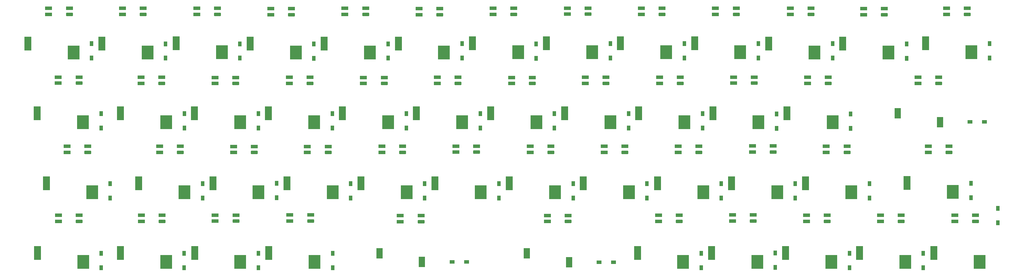
<source format=gbp>
G04 #@! TF.GenerationSoftware,KiCad,Pcbnew,(6.0.9)*
G04 #@! TF.CreationDate,2022-12-20T15:04:12+09:00*
G04 #@! TF.ProjectId,meow48,6d656f77-3438-42e6-9b69-6361645f7063,rev?*
G04 #@! TF.SameCoordinates,Original*
G04 #@! TF.FileFunction,Paste,Bot*
G04 #@! TF.FilePolarity,Positive*
%FSLAX46Y46*%
G04 Gerber Fmt 4.6, Leading zero omitted, Abs format (unit mm)*
G04 Created by KiCad (PCBNEW (6.0.9)) date 2022-12-20 15:04:12*
%MOMM*%
%LPD*%
G01*
G04 APERTURE LIST*
G04 Aperture macros list*
%AMRoundRect*
0 Rectangle with rounded corners*
0 $1 Rounding radius*
0 $2 $3 $4 $5 $6 $7 $8 $9 X,Y pos of 4 corners*
0 Add a 4 corners polygon primitive as box body*
4,1,4,$2,$3,$4,$5,$6,$7,$8,$9,$2,$3,0*
0 Add four circle primitives for the rounded corners*
1,1,$1+$1,$2,$3*
1,1,$1+$1,$4,$5*
1,1,$1+$1,$6,$7*
1,1,$1+$1,$8,$9*
0 Add four rect primitives between the rounded corners*
20,1,$1+$1,$2,$3,$4,$5,0*
20,1,$1+$1,$4,$5,$6,$7,0*
20,1,$1+$1,$6,$7,$8,$9,0*
20,1,$1+$1,$8,$9,$2,$3,0*%
G04 Aperture macros list end*
%ADD10R,1.700000X3.500000*%
%ADD11R,3.000000X3.500000*%
%ADD12R,0.950000X1.300000*%
%ADD13R,1.500000X2.500000*%
%ADD14R,1.300000X0.950000*%
%ADD15R,1.700000X0.820000*%
%ADD16RoundRect,0.205000X-0.645000X-0.205000X0.645000X-0.205000X0.645000X0.205000X-0.645000X0.205000X0*%
G04 APERTURE END LIST*
D10*
X86790000Y-119090000D03*
D11*
X98040000Y-121290000D03*
D12*
X247930000Y-153665000D03*
X247930000Y-157215000D03*
D10*
X73100000Y-136350000D03*
D11*
X84350000Y-138550000D03*
D10*
X209880000Y-101880000D03*
D11*
X221130000Y-104080000D03*
D10*
X123210000Y-119100000D03*
D11*
X134460000Y-121300000D03*
D10*
X191630000Y-101860000D03*
D11*
X202880000Y-104060000D03*
D10*
X136970000Y-101860000D03*
D11*
X148220000Y-104060000D03*
D12*
X266230000Y-142565000D03*
X266230000Y-146115000D03*
D10*
X146020000Y-136360000D03*
D11*
X157270000Y-138560000D03*
D10*
X68610000Y-153590000D03*
D11*
X79860000Y-155790000D03*
D10*
X195810000Y-153590000D03*
D11*
X207060000Y-155790000D03*
D12*
X211490000Y-153605000D03*
X211490000Y-157155000D03*
D10*
X127780000Y-136360000D03*
D11*
X139030000Y-138560000D03*
D10*
X159690000Y-119100000D03*
D11*
X170940000Y-121300000D03*
D12*
X229730000Y-153635000D03*
X229730000Y-157185000D03*
D13*
X241620000Y-119100000D03*
X252020000Y-121300000D03*
D10*
X91320000Y-136350000D03*
D11*
X102570000Y-138550000D03*
D12*
X211840000Y-119255000D03*
X211840000Y-122805000D03*
D10*
X86850000Y-153590000D03*
D11*
X98100000Y-155790000D03*
D12*
X138920000Y-119205000D03*
X138920000Y-122755000D03*
X102570000Y-153635000D03*
X102570000Y-157185000D03*
D10*
X218940000Y-136340000D03*
D11*
X230190000Y-138540000D03*
D12*
X189130000Y-101945000D03*
X189130000Y-105495000D03*
X134450000Y-101955000D03*
X134450000Y-105505000D03*
D10*
X214040000Y-153600000D03*
D11*
X225290000Y-155800000D03*
D12*
X152670000Y-101995000D03*
X152670000Y-105545000D03*
D10*
X141450000Y-119110000D03*
D11*
X152700000Y-121310000D03*
D12*
X207350000Y-101945000D03*
X207350000Y-105495000D03*
X243850000Y-101985000D03*
X243850000Y-105535000D03*
X47850000Y-136465000D03*
X47850000Y-140015000D03*
D10*
X109540000Y-136360000D03*
D11*
X120790000Y-138560000D03*
D14*
X135545000Y-155800000D03*
X131995000Y-155800000D03*
D12*
X66060000Y-153635000D03*
X66060000Y-157185000D03*
D10*
X248500000Y-101850000D03*
D11*
X259750000Y-104050000D03*
D12*
X193280000Y-153665000D03*
X193280000Y-157215000D03*
X175400000Y-119195000D03*
X175400000Y-122745000D03*
X157140000Y-119185000D03*
X157140000Y-122735000D03*
X125210000Y-136435000D03*
X125210000Y-139985000D03*
D10*
X32160000Y-136370000D03*
D11*
X43410000Y-138570000D03*
D12*
X84330000Y-153635000D03*
X84330000Y-157185000D03*
X102520000Y-119205000D03*
X102520000Y-122755000D03*
D10*
X27580000Y-101880000D03*
D11*
X38830000Y-104080000D03*
D12*
X225590000Y-101935000D03*
X225590000Y-105485000D03*
X45660000Y-119215000D03*
X45660000Y-122765000D03*
X143520000Y-136505000D03*
X143520000Y-140055000D03*
D10*
X173400000Y-101860000D03*
D11*
X184650000Y-104060000D03*
D13*
X150390000Y-153620000D03*
X160790000Y-155820000D03*
D14*
X262955000Y-121260000D03*
X259405000Y-121260000D03*
D10*
X250510000Y-153590000D03*
D11*
X261760000Y-155790000D03*
D10*
X64050000Y-101860000D03*
D11*
X75300000Y-104060000D03*
D12*
X43270000Y-101945000D03*
X43270000Y-105495000D03*
D10*
X82260000Y-101880000D03*
D11*
X93510000Y-104080000D03*
D10*
X177900000Y-119100000D03*
D11*
X189150000Y-121300000D03*
D13*
X114150000Y-153610000D03*
X124550000Y-155810000D03*
D12*
X107000000Y-136435000D03*
X107000000Y-139985000D03*
D10*
X177580000Y-153590000D03*
D11*
X188830000Y-155790000D03*
D10*
X243950000Y-136300000D03*
D11*
X255200000Y-138500000D03*
D12*
X45660000Y-153665000D03*
X45660000Y-157215000D03*
D10*
X100490000Y-101880000D03*
D11*
X111740000Y-104080000D03*
D12*
X88800000Y-136345000D03*
X88800000Y-139895000D03*
D10*
X54860000Y-136350000D03*
D11*
X66110000Y-138550000D03*
D10*
X50390000Y-153585000D03*
D11*
X61640000Y-155785000D03*
D12*
X234650000Y-136435000D03*
X234650000Y-139985000D03*
X97970000Y-101985000D03*
X97970000Y-105535000D03*
X79750000Y-101965000D03*
X79750000Y-105515000D03*
D10*
X228110000Y-101880000D03*
D11*
X239360000Y-104080000D03*
D12*
X264220000Y-101935000D03*
X264220000Y-105485000D03*
D10*
X29910000Y-119110000D03*
D11*
X41160000Y-121310000D03*
D10*
X214340000Y-119110000D03*
D11*
X225590000Y-121310000D03*
D12*
X84280000Y-119205000D03*
X84280000Y-122755000D03*
D10*
X200720000Y-136340000D03*
D11*
X211970000Y-138540000D03*
D12*
X216410000Y-136435000D03*
X216410000Y-139985000D03*
X66080000Y-119215000D03*
X66080000Y-122765000D03*
X70580000Y-136465000D03*
X70580000Y-140015000D03*
X161760000Y-136475000D03*
X161760000Y-140025000D03*
X259700000Y-136405000D03*
X259700000Y-139955000D03*
D10*
X118740000Y-101880000D03*
D11*
X129990000Y-104080000D03*
D10*
X29930000Y-153560000D03*
D11*
X41180000Y-155760000D03*
D12*
X61470000Y-101965000D03*
X61470000Y-105515000D03*
D10*
X164260000Y-136340000D03*
D11*
X175510000Y-138540000D03*
D10*
X45790000Y-101880000D03*
D11*
X57040000Y-104080000D03*
D12*
X116210000Y-101965000D03*
X116210000Y-105515000D03*
D10*
X155200000Y-101860000D03*
D11*
X166450000Y-104060000D03*
D14*
X171725000Y-155820000D03*
X168175000Y-155820000D03*
D12*
X230050000Y-119255000D03*
X230050000Y-122805000D03*
D10*
X105010000Y-119100000D03*
D11*
X116260000Y-121300000D03*
D12*
X179930000Y-136435000D03*
X179930000Y-139985000D03*
X120720000Y-119205000D03*
X120720000Y-122755000D03*
D10*
X196120000Y-119110000D03*
D11*
X207370000Y-121310000D03*
D10*
X232250000Y-153595000D03*
D11*
X243500000Y-155795000D03*
D12*
X170930000Y-101945000D03*
X170930000Y-105495000D03*
X193600000Y-119215000D03*
X193600000Y-122765000D03*
D10*
X50350000Y-119110000D03*
D11*
X61600000Y-121310000D03*
D10*
X68570000Y-119100000D03*
D11*
X79820000Y-121300000D03*
D12*
X198170000Y-136435000D03*
X198170000Y-139985000D03*
D10*
X182500000Y-136340000D03*
D11*
X193750000Y-138540000D03*
D15*
X255650000Y-144240000D03*
X255650000Y-145740000D03*
D16*
X260750000Y-145740000D03*
D15*
X260750000Y-144240000D03*
X55450000Y-110250000D03*
X55450000Y-111750000D03*
D16*
X60550000Y-111750000D03*
D15*
X60550000Y-110250000D03*
X142070000Y-93200000D03*
X142070000Y-94700000D03*
D16*
X147170000Y-94700000D03*
D15*
X147170000Y-93200000D03*
X146650000Y-110265000D03*
X146650000Y-111765000D03*
D16*
X151750000Y-111765000D03*
D15*
X151750000Y-110265000D03*
X155440000Y-144305000D03*
X155440000Y-145805000D03*
D16*
X160540000Y-145805000D03*
D15*
X160540000Y-144305000D03*
X96370000Y-127280000D03*
X96370000Y-128780000D03*
D16*
X101470000Y-128780000D03*
D15*
X101470000Y-127280000D03*
X201250000Y-110195000D03*
X201250000Y-111695000D03*
D16*
X206350000Y-111695000D03*
D15*
X206350000Y-110195000D03*
X183050000Y-110215000D03*
X183050000Y-111715000D03*
D16*
X188150000Y-111715000D03*
D15*
X188150000Y-110215000D03*
X200970000Y-144205000D03*
X200970000Y-145705000D03*
D16*
X206070000Y-145705000D03*
D15*
X206070000Y-144205000D03*
X91910000Y-110200000D03*
X91910000Y-111700000D03*
D16*
X97010000Y-111700000D03*
D15*
X97010000Y-110200000D03*
X233230000Y-93270000D03*
X233230000Y-94770000D03*
D16*
X238330000Y-94770000D03*
D15*
X238330000Y-93270000D03*
X224050000Y-127230000D03*
X224050000Y-128730000D03*
D16*
X229150000Y-128730000D03*
D15*
X229150000Y-127230000D03*
X160330000Y-93170000D03*
X160330000Y-94670000D03*
D16*
X165430000Y-94670000D03*
D15*
X165430000Y-93170000D03*
X219420000Y-110240000D03*
X219420000Y-111740000D03*
D16*
X224520000Y-111740000D03*
D15*
X224520000Y-110240000D03*
X169370000Y-127270000D03*
X169370000Y-128770000D03*
D16*
X174470000Y-128770000D03*
D15*
X174470000Y-127270000D03*
X73660000Y-110265000D03*
X73660000Y-111765000D03*
D16*
X78760000Y-111765000D03*
D15*
X78760000Y-110265000D03*
X69180000Y-93220000D03*
X69180000Y-94720000D03*
D16*
X74280000Y-94720000D03*
D15*
X74280000Y-93220000D03*
X237370000Y-144285000D03*
X237370000Y-145785000D03*
D16*
X242470000Y-145785000D03*
D15*
X242470000Y-144285000D03*
X128300000Y-110235000D03*
X128300000Y-111735000D03*
D16*
X133400000Y-111735000D03*
D15*
X133400000Y-110235000D03*
X249160000Y-127265000D03*
X249160000Y-128765000D03*
D16*
X254260000Y-128765000D03*
D15*
X254260000Y-127265000D03*
X182790000Y-144245000D03*
X182790000Y-145745000D03*
D16*
X187890000Y-145745000D03*
D15*
X187890000Y-144245000D03*
X87360000Y-93270000D03*
X87360000Y-94770000D03*
D16*
X92460000Y-94770000D03*
D15*
X92460000Y-93270000D03*
X37250000Y-127255000D03*
X37250000Y-128755000D03*
D16*
X42350000Y-128755000D03*
D15*
X42350000Y-127255000D03*
X187610000Y-127230000D03*
X187610000Y-128730000D03*
D16*
X192710000Y-128730000D03*
D15*
X192710000Y-127230000D03*
X253640000Y-93200000D03*
X253640000Y-94700000D03*
D16*
X258740000Y-94700000D03*
D15*
X258740000Y-93200000D03*
X196780000Y-93220000D03*
X196780000Y-94720000D03*
D16*
X201880000Y-94720000D03*
D15*
X201880000Y-93220000D03*
X219210000Y-144280000D03*
X219210000Y-145780000D03*
D16*
X224310000Y-145780000D03*
D15*
X224310000Y-144280000D03*
X215180000Y-93200000D03*
X215180000Y-94700000D03*
D16*
X220280000Y-94700000D03*
D15*
X220280000Y-93200000D03*
X78210000Y-127280000D03*
X78210000Y-128780000D03*
D16*
X83310000Y-128780000D03*
D15*
X83310000Y-127280000D03*
X35070000Y-110180000D03*
X35070000Y-111680000D03*
D16*
X40170000Y-111680000D03*
D15*
X40170000Y-110180000D03*
X123840000Y-93270000D03*
X123840000Y-94770000D03*
D16*
X128940000Y-94770000D03*
D15*
X128940000Y-93270000D03*
X105590000Y-93220000D03*
X105590000Y-94720000D03*
D16*
X110690000Y-94720000D03*
D15*
X110690000Y-93220000D03*
X132890000Y-127210000D03*
X132890000Y-128710000D03*
D16*
X137990000Y-128710000D03*
D15*
X137990000Y-127210000D03*
X205870000Y-127190000D03*
X205870000Y-128690000D03*
D16*
X210970000Y-128690000D03*
D15*
X210970000Y-127190000D03*
X92050000Y-144190000D03*
X92050000Y-145690000D03*
D16*
X97150000Y-145690000D03*
D15*
X97150000Y-144190000D03*
X151190000Y-127230000D03*
X151190000Y-128730000D03*
D16*
X156290000Y-128730000D03*
D15*
X156290000Y-127230000D03*
X119220000Y-144355000D03*
X119220000Y-145855000D03*
D16*
X124320000Y-145855000D03*
D15*
X124320000Y-144355000D03*
X178550000Y-93185000D03*
X178550000Y-94685000D03*
D16*
X183650000Y-94685000D03*
D15*
X183650000Y-93185000D03*
X35140000Y-144240000D03*
X35140000Y-145740000D03*
D16*
X40240000Y-145740000D03*
D15*
X40240000Y-144240000D03*
X110180000Y-110265000D03*
X110180000Y-111765000D03*
D16*
X115280000Y-111765000D03*
D15*
X115280000Y-110265000D03*
X246600000Y-110205000D03*
X246600000Y-111705000D03*
D16*
X251700000Y-111705000D03*
D15*
X251700000Y-110205000D03*
X114690000Y-127230000D03*
X114690000Y-128730000D03*
D16*
X119790000Y-128730000D03*
D15*
X119790000Y-127230000D03*
X164770000Y-110240000D03*
X164770000Y-111740000D03*
D16*
X169870000Y-111740000D03*
D15*
X169870000Y-110240000D03*
X55530000Y-144280000D03*
X55530000Y-145780000D03*
D16*
X60630000Y-145780000D03*
D15*
X60630000Y-144280000D03*
X60000000Y-127240000D03*
X60000000Y-128740000D03*
D16*
X65100000Y-128740000D03*
D15*
X65100000Y-127240000D03*
X50890000Y-93185000D03*
X50890000Y-94685000D03*
D16*
X55990000Y-94685000D03*
D15*
X55990000Y-93185000D03*
X32710000Y-93235000D03*
X32710000Y-94735000D03*
D16*
X37810000Y-94735000D03*
D15*
X37810000Y-93235000D03*
X73680000Y-144230000D03*
X73680000Y-145730000D03*
D16*
X78780000Y-145730000D03*
D15*
X78780000Y-144230000D03*
M02*

</source>
